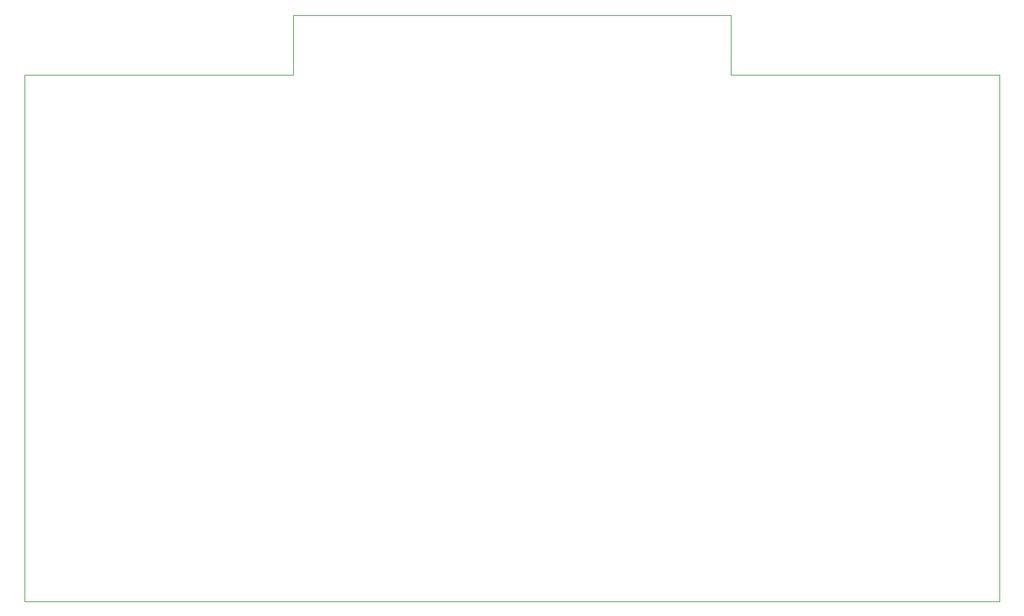
<source format=gbr>
G04 #@! TF.GenerationSoftware,KiCad,Pcbnew,(5.1.2-1)-1*
G04 #@! TF.CreationDate,2020-06-13T21:23:10-04:00*
G04 #@! TF.ProjectId,ArcadePanel,41726361-6465-4506-916e-656c2e6b6963,rev?*
G04 #@! TF.SameCoordinates,Original*
G04 #@! TF.FileFunction,Profile,NP*
%FSLAX46Y46*%
G04 Gerber Fmt 4.6, Leading zero omitted, Abs format (unit mm)*
G04 Created by KiCad (PCBNEW (5.1.2-1)-1) date 2020-06-13 21:23:10*
%MOMM*%
%LPD*%
G04 APERTURE LIST*
%ADD10C,0.050000*%
G04 APERTURE END LIST*
D10*
X116840000Y-128270000D02*
X116840000Y-60960000D01*
X241300000Y-128270000D02*
X116840000Y-128270000D01*
X241300000Y-60960000D02*
X241300000Y-128270000D01*
X207010000Y-60960000D02*
X241300000Y-60960000D01*
X207010000Y-53340000D02*
X207010000Y-60960000D01*
X151130000Y-53340000D02*
X207010000Y-53340000D01*
X151130000Y-60960000D02*
X151130000Y-53340000D01*
X116840000Y-60960000D02*
X151130000Y-60960000D01*
M02*

</source>
